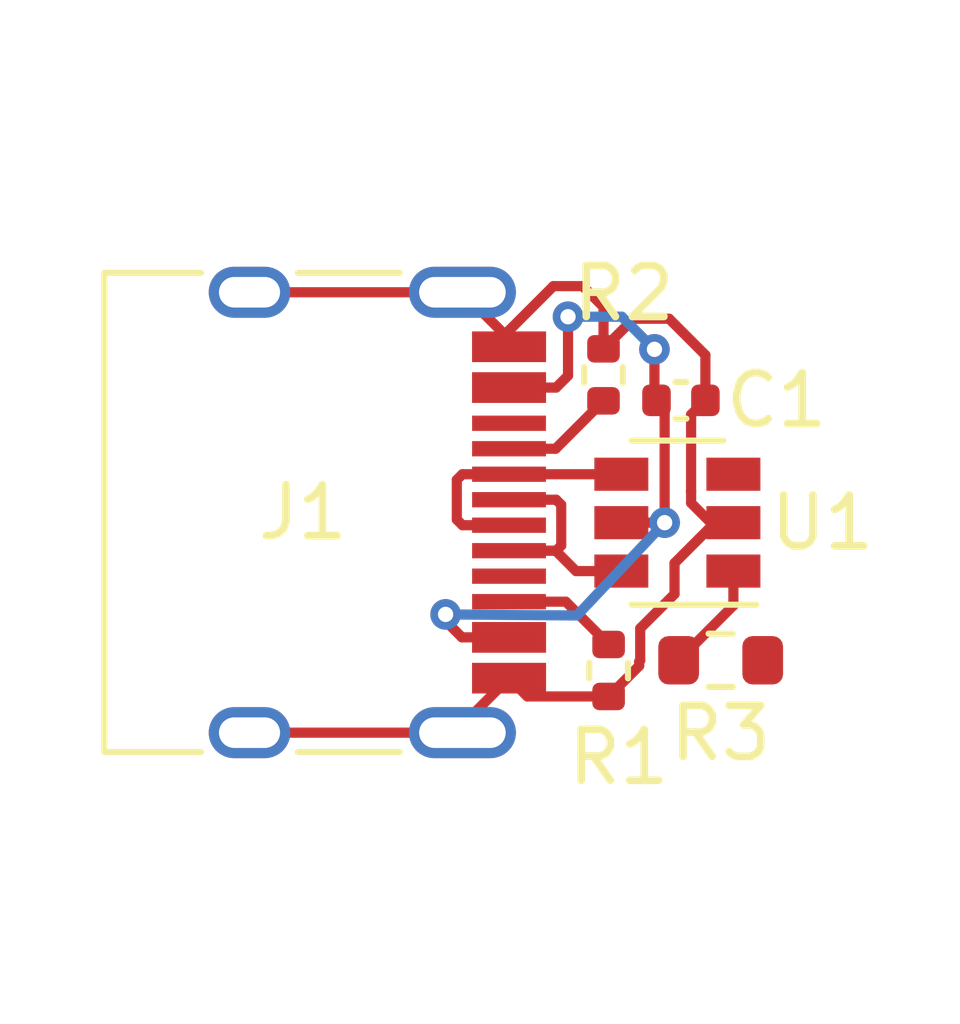
<source format=kicad_pcb>
(kicad_pcb (version 20211014) (generator pcbnew)
  (layers (0 "F.Cu" signal) (31 "B.Cu" signal) (34 "B.Paste" user) (35 "F.Paste" user) (36 "B.SilkS" user "B.Silkscreen") (37 "F.SilkS" user "F.Silkscreen") (38 "B.Mask" user) (39 "F.Mask" user) (44 "Edge.Cuts" user))
  (net 0 "")
  (net 1 "GND")
  (net 2 "VBUS")
  (net 3 "Net-(J1-PadB8)")
  (net 4 "Net-(J1-PadA5)")
  (net 5 "/USB_D-")
  (net 6 "/USB_D+")
  (net 7 "Net-(J1-PadA8)")
  (net 8 "Net-(J1-PadB5)")
  (net 9 "+3V3")
  (net 10 "/D+")
  (net 11 "/D-")
  (footprint "Resistor_SMD:R_0402_1005Metric" (layer "F.Cu") (at 149 89.5 -90)
    (fp_text reference "R1" (at 1.7 -0.2 180) (layer "F.SilkS"))
    (fp_text value "5.1k")
    (fp_line (start -0.153641 0.38) (end 0.153641 0.38) (layer "F.SilkS") (width 0.12))
    (fp_line (start -0.153641 -0.38) (end 0.153641 -0.38) (layer "F.SilkS") (width 0.12))
    (pad "1" smd roundrect locked (at -0.51 0 270) (size 0.54 0.64) (layers "F.Cu" "F.Paste" "F.Mask") (net 8 "Net-(J1-PadB5)"))
    (pad "2" smd roundrect locked (at 0.51 0 270) (size 0.54 0.64) (layers "F.Cu" "F.Paste" "F.Mask") (net 1 "GND"))
  )
  (footprint "Resistor_SMD:R_0402_1005Metric" (layer "F.Cu") (at 148.9 83.7 90)
    (fp_text reference "R2" (at 1.6 0.4 180) (layer "F.SilkS"))
    (fp_text value "5.1k")
    (fp_line (start -0.153641 -0.38) (end 0.153641 -0.38) (layer "F.SilkS") (width 0.12))
    (fp_line (start -0.153641 0.38) (end 0.153641 0.38) (layer "F.SilkS") (width 0.12))
    (pad "1" smd roundrect locked (at -0.51 0 90) (size 0.54 0.64) (layers "F.Cu" "F.Paste" "F.Mask") (net 4 "Net-(J1-PadA5)"))
    (pad "2" smd roundrect locked (at 0.51 0 90) (size 0.54 0.64) (layers "F.Cu" "F.Paste" "F.Mask") (net 1 "GND"))
  )
  (footprint "Connector_USB:USB_C_Receptacle_HRO_TYPE-C-31-M-12" (layer "F.Cu") (at 143 86.4 -90)
    (fp_text reference "J1" (at 0 0 180) (layer "F.SilkS"))
    (fp_text value "USB_C_Receptacle_USB2.0")
    (fp_line (start 4.7 2) (end 4.7 3.9) (layer "F.SilkS") (width 0.12))
    (fp_line (start -4.7 -1.9) (end -4.7 0.1) (layer "F.SilkS") (width 0.12))
    (fp_line (start -4.7 2) (end -4.7 3.9) (layer "F.SilkS") (width 0.12))
    (fp_line (start -4.7 3.9) (end 4.7 3.9) (layer "F.SilkS") (width 0.12))
    (fp_line (start 4.7 -1.9) (end 4.7 0.1) (layer "F.SilkS") (width 0.12))
    (pad "" np_thru_hole circle locked (at -2.89 -2.6 270) (size 0.65 0.65) (drill 0.65) (layers *.Cu *.Mask))
    (pad "" np_thru_hole circle locked (at 2.89 -2.6 270) (size 0.65 0.65) (drill 0.65) (layers *.Cu *.Mask))
    (pad "A1" smd rect locked (at -3.25 -4.045 270) (size 0.6 1.45) (layers "F.Cu" "F.Paste" "F.Mask") (net 1 "GND"))
    (pad "A4" smd rect locked (at -2.45 -4.045 270) (size 0.6 1.45) (layers "F.Cu" "F.Paste" "F.Mask") (net 2 "VBUS"))
    (pad "A5" smd rect locked (at -1.25 -4.045 270) (size 0.3 1.45) (layers "F.Cu" "F.Paste" "F.Mask") (net 4 "Net-(J1-PadA5)"))
    (pad "A6" smd rect locked (at -0.25 -4.045 270) (size 0.3 1.45) (layers "F.Cu" "F.Paste" "F.Mask") (net 6 "/USB_D+"))
    (pad "A7" smd rect locked (at 0.25 -4.045 270) (size 0.3 1.45) (layers "F.Cu" "F.Paste" "F.Mask") (net 5 "/USB_D-"))
    (pad "A8" smd rect locked (at 1.25 -4.045 270) (size 0.3 1.45) (layers "F.Cu" "F.Paste" "F.Mask") (net 7 "Net-(J1-PadA8)"))
    (pad "A9" smd rect locked (at 2.45 -4.045 270) (size 0.6 1.45) (layers "F.Cu" "F.Paste" "F.Mask") (net 2 "VBUS"))
    (pad "A12" smd rect locked (at 3.25 -4.045 270) (size 0.6 1.45) (layers "F.Cu" "F.Paste" "F.Mask") (net 1 "GND"))
    (pad "B1" smd rect locked (at 3.25 -4.045 270) (size 0.6 1.45) (layers "F.Cu" "F.Paste" "F.Mask") (net 1 "GND"))
    (pad "B4" smd rect locked (at 2.45 -4.045 270) (size 0.6 1.45) (layers "F.Cu" "F.Paste" "F.Mask") (net 2 "VBUS"))
    (pad "B5" smd rect locked (at 1.75 -4.045 270) (size 0.3 1.45) (layers "F.Cu" "F.Paste" "F.Mask") (net 8 "Net-(J1-PadB5)"))
    (pad "B6" smd rect locked (at 0.75 -4.045 270) (size 0.3 1.45) (layers "F.Cu" "F.Paste" "F.Mask") (net 6 "/USB_D+"))
    (pad "B7" smd rect locked (at -0.75 -4.045 270) (size 0.3 1.45) (layers "F.Cu" "F.Paste" "F.Mask") (net 5 "/USB_D-"))
    (pad "B8" smd rect locked (at -1.75 -4.045 270) (size 0.3 1.45) (layers "F.Cu" "F.Paste" "F.Mask") (net 3 "Net-(J1-PadB8)"))
    (pad "B9" smd rect locked (at -2.45 -4.045 270) (size 0.6 1.45) (layers "F.Cu" "F.Paste" "F.Mask") (net 2 "VBUS"))
    (pad "B12" smd rect locked (at -3.25 -4.045 270) (size 0.6 1.45) (layers "F.Cu" "F.Paste" "F.Mask") (net 1 "GND"))
    (pad "S1" thru_hole oval locked (at -4.32 1.05 270) (size 1 1.6) (drill oval 0.6 1.2) (layers *.Cu *.Mask) (net 1 "GND"))
    (pad "S1" thru_hole oval locked (at 4.32 -3.13 270) (size 1 2.1) (drill oval 0.6 1.7) (layers *.Cu *.Mask) (net 1 "GND"))
    (pad "S1" thru_hole oval locked (at 4.32 1.05 270) (size 1 1.6) (drill oval 0.6 1.2) (layers *.Cu *.Mask) (net 1 "GND"))
    (pad "S1" thru_hole oval locked (at -4.32 -3.13 270) (size 1 2.1) (drill oval 0.6 1.7) (layers *.Cu *.Mask) (net 1 "GND"))
  )
  (footprint "Capacitor_SMD:C_0402_1005Metric" (layer "F.Cu") (at 150.42 84.2)
    (fp_text reference "C1" (at 1.88 0) (layer "F.SilkS"))
    (fp_text value "100nF")
    (fp_line (start -0.107836 0.36) (end 0.107836 0.36) (layer "F.SilkS") (width 0.12))
    (fp_line (start -0.107836 -0.36) (end 0.107836 -0.36) (layer "F.SilkS") (width 0.12))
    (pad "1" smd roundrect locked (at -0.48 0) (size 0.56 0.62) (layers "F.Cu" "F.Paste" "F.Mask") (net 2 "VBUS"))
    (pad "2" smd roundrect locked (at 0.48 0) (size 0.56 0.62) (layers "F.Cu" "F.Paste" "F.Mask") (net 1 "GND"))
  )
  (footprint "Resistor_SMD:R_0603_1608Metric" (layer "F.Cu") (at 151.2 89.3 180)
    (fp_text reference "R3" (at 0 -1.43) (layer "F.SilkS"))
    (fp_text value "1.5k")
    (fp_line (start -0.237258 -0.5225) (end 0.237258 -0.5225) (layer "F.SilkS") (width 0.12))
    (fp_line (start -0.237258 0.5225) (end 0.237258 0.5225) (layer "F.SilkS") (width 0.12))
    (pad "1" smd roundrect locked (at -0.825 0 180) (size 0.8 0.95) (layers "F.Cu" "F.Paste" "F.Mask") (net 9 "+3V3"))
    (pad "2" smd roundrect locked (at 0.825 0 180) (size 0.8 0.95) (layers "F.Cu" "F.Paste" "F.Mask") (net 10 "/D+"))
  )
  (footprint "Package_TO_SOT_SMD:SOT-23-6" (layer "F.Cu") (at 150.35 86.6 180)
    (fp_text reference "U1" (at -2.85 0) (layer "F.SilkS"))
    (fp_text value "USBLC6-2SC6")
    (fp_line (start 0.9 -1.61) (end -1.55 -1.61) (layer "F.SilkS") (width 0.12))
    (fp_line (start -0.9 1.61) (end 0.9 1.61) (layer "F.SilkS") (width 0.12))
    (pad "1" smd rect locked (at -1.1 -0.95 180) (size 1.06 0.65) (layers "F.Cu" "F.Paste" "F.Mask") (net 10 "/D+"))
    (pad "2" smd rect locked (at -1.1 0 180) (size 1.06 0.65) (layers "F.Cu" "F.Paste" "F.Mask") (net 1 "GND"))
    (pad "3" smd rect locked (at -1.1 0.95 180) (size 1.06 0.65) (layers "F.Cu" "F.Paste" "F.Mask") (net 11 "/D-"))
    (pad "4" smd rect locked (at 1.1 0.95 180) (size 1.06 0.65) (layers "F.Cu" "F.Paste" "F.Mask") (net 5 "/USB_D-"))
    (pad "5" smd rect locked (at 1.1 0 180) (size 1.06 0.65) (layers "F.Cu" "F.Paste" "F.Mask") (net 2 "VBUS"))
    (pad "6" smd rect locked (at 1.1 -0.95 180) (size 1.06 0.65) (layers "F.Cu" "F.Paste" "F.Mask") (net 6 "/USB_D+"))
  )
  (segment (start 146.13 90.565) (end 147.045 89.65) (width 0.2) (layer "F.Cu") (net 1))
  (segment (start 149.6 89.41) (end 149 90.01) (width 0.2) (layer "F.Cu") (net 1))
  (segment (start 151.45 86.6) (end 151.088002 86.6) (width 0.2) (layer "F.Cu") (net 1))
  (segment (start 148.9 83.19) (end 148.9 82.368836) (width 0.2) (layer "F.Cu") (net 1))
  (segment (start 150.294001 88.000821) (end 149.62001 88.674812) (width 0.2) (layer "F.Cu") (net 1))
  (segment (start 150.188001 82.599999) (end 150.9 83.311998) (width 0.2) (layer "F.Cu") (net 1))
  (segment (start 147.045 82.830206) (end 147.045 83.15) (width 0.2) (layer "F.Cu") (net 1))
  (segment (start 151.004998 86.6) (end 151.45 86.6) (width 0.2) (layer "F.Cu") (net 1))
  (segment (start 150.9 84.2) (end 150.619999 84.480001) (width 0.2) (layer "F.Cu") (net 1))
  (segment (start 149 90.01) (end 147.405 90.01) (width 0.2) (layer "F.Cu") (net 1))
  (segment (start 149.6 89.325198) (end 149.6 89.41) (width 0.2) (layer "F.Cu") (net 1))
  (segment (start 151.088002 86.6) (end 150.294001 87.394001) (width 0.2) (layer "F.Cu") (net 1))
  (segment (start 150.619999 84.480001) (end 150.619999 85.980001) (width 0.2) (layer "F.Cu") (net 1))
  (segment (start 147.915184 81.960022) (end 147.045 82.830206) (width 0.2) (layer "F.Cu") (net 1))
  (segment (start 146.13 82.08) (end 141.95 82.08) (width 0.2) (layer "F.Cu") (net 1))
  (segment (start 150.9 83.311998) (end 150.9 84.2) (width 0.2) (layer "F.Cu") (net 1))
  (segment (start 146.13 90.72) (end 146.13 90.565) (width 0.2) (layer "F.Cu") (net 1))
  (segment (start 148.9 82.368836) (end 148.491186 81.960022) (width 0.2) (layer "F.Cu") (net 1))
  (segment (start 147.045 83.15) (end 147.045 82.995) (width 0.2) (layer "F.Cu") (net 1))
  (segment (start 150.294001 87.394001) (end 150.294001 88.000821) (width 0.2) (layer "F.Cu") (net 1))
  (segment (start 148.491186 81.960022) (end 147.915184 81.960022) (width 0.2) (layer "F.Cu") (net 1))
  (segment (start 147.405 90.01) (end 147.045 89.65) (width 0.2) (layer "F.Cu") (net 1))
  (segment (start 147.045 82.995) (end 146.13 82.08) (width 0.2) (layer "F.Cu") (net 1))
  (segment (start 146.13 90.72) (end 141.95 90.72) (width 0.2) (layer "F.Cu") (net 1))
  (segment (start 149.490001 82.599999) (end 150.188001 82.599999) (width 0.2) (layer "F.Cu") (net 1))
  (segment (start 150.619999 85.980001) (end 150.619999 86) (width 0.2) (layer "F.Cu") (net 1))
  (segment (start 150.619999 85.980001) (end 150.619999 86.215001) (width 0.2) (layer "F.Cu") (net 1))
  (segment (start 148.9 83.19) (end 149.490001 82.599999) (width 0.2) (layer "F.Cu") (net 1))
  (segment (start 149.62001 88.674812) (end 149.62001 89.305188) (width 0.2) (layer "F.Cu") (net 1))
  (segment (start 150.619999 86.215001) (end 151.004998 86.6) (width 0.2) (layer "F.Cu") (net 1))
  (segment (start 149.62001 89.305188) (end 149.6 89.325198) (width 0.2) (layer "F.Cu") (net 1))
  (segment (start 147.97 83.95) (end 148.203185 83.716815) (width 0.2) (layer "F.Cu") (net 2))
  (segment (start 150.1 84.36) (end 149.94 84.2) (width 0.2) (layer "F.Cu") (net 2))
  (segment (start 146.12 88.85) (end 147.045 88.85) (width 0.2) (layer "F.Cu") (net 2))
  (segment (start 148.203185 83.716815) (end 148.203185 82.560023) (width 0.2) (layer "F.Cu") (net 2))
  (segment (start 147.045 83.95) (end 147.97 83.95) (width 0.2) (layer "F.Cu") (net 2))
  (segment (start 149.9 84.16) (end 149.94 84.2) (width 0.2) (layer "F.Cu") (net 2))
  (segment (start 149.9 83.2) (end 149.9 84.16) (width 0.2) (layer "F.Cu") (net 2))
  (segment (start 150.1 86.6) (end 149.25 86.6) (width 0.2) (layer "F.Cu") (net 2))
  (segment (start 150.1 86.6) (end 150.1 84.36) (width 0.2) (layer "F.Cu") (net 2))
  (segment (start 145.691282 88.421282) (end 146.12 88.85) (width 0.2) (layer "F.Cu") (net 2))
  (segment (start 145.8 88.4) (end 145.691282 88.421282) (width 0.2) (layer "F.Cu") (net 2))
  (via (at 145.8 88.4) (size 0.6) (drill 0.3) (layers "F.Cu" "B.Cu") (net 2))
  (via (at 148.203185 82.560023) (size 0.6) (drill 0.3) (layers "F.Cu" "B.Cu") (net 2))
  (via (at 149.9 83.2) (size 0.6) (drill 0.3) (layers "F.Cu" "B.Cu") (net 2))
  (via (at 150.1 86.6) (size 0.6) (drill 0.3) (layers "F.Cu" "B.Cu") (net 2))
  (segment (start 145.8 88.4) (end 148.378718 88.421282) (width 0.2) (layer "B.Cu") (net 2))
  (segment (start 148.203185 82.560023) (end 149.260023 82.560023) (width 0.2) (layer "B.Cu") (net 2))
  (segment (start 149.260023 82.560023) (end 149.9 83.2) (width 0.2) (layer "B.Cu") (net 2))
  (segment (start 148.378718 88.421282) (end 150.1 86.6) (width 0.2) (layer "B.Cu") (net 2))
  (segment (start 147.96 85.15) (end 148.9 84.21) (width 0.2) (layer "F.Cu") (net 4))
  (segment (start 147.045 85.15) (end 147.96 85.15) (width 0.2) (layer "F.Cu") (net 4))
  (segment (start 146.019999 85.759999) (end 146.019999 86.540001) (width 0.2) (layer "F.Cu") (net 5))
  (segment (start 147.045 85.65) (end 146.129998 85.65) (width 0.2) (layer "F.Cu") (net 5))
  (segment (start 146.129998 85.65) (end 146.019999 85.759999) (width 0.2) (layer "F.Cu") (net 5))
  (segment (start 146.129998 86.65) (end 147.045 86.65) (width 0.2) (layer "F.Cu") (net 5))
  (segment (start 149.25 85.65) (end 147.045 85.65) (width 0.2) (layer "F.Cu") (net 5))
  (segment (start 146.019999 86.540001) (end 146.129998 86.65) (width 0.2) (layer "F.Cu") (net 5))
  (segment (start 147.97 86.15) (end 147.045 86.15) (width 0.2) (layer "F.Cu") (net 6))
  (segment (start 148.070001 87.049999) (end 148.070001 86.250001) (width 0.2) (layer "F.Cu") (net 6))
  (segment (start 148.070001 86.250001) (end 147.97 86.15) (width 0.2) (layer "F.Cu") (net 6))
  (segment (start 148.360002 87.55) (end 147.960002 87.15) (width 0.2) (layer "F.Cu") (net 6))
  (segment (start 147.97 87.15) (end 148.070001 87.049999) (width 0.2) (layer "F.Cu") (net 6))
  (segment (start 149.25 87.55) (end 148.360002 87.55) (width 0.2) (layer "F.Cu") (net 6))
  (segment (start 147.045 87.15) (end 147.97 87.15) (width 0.2) (layer "F.Cu") (net 6))
  (segment (start 147.960002 87.15) (end 147.045 87.15) (width 0.2) (layer "F.Cu") (net 6))
  (segment (start 147.045 88.15) (end 148.16 88.15) (width 0.2) (layer "F.Cu") (net 8))
  (segment (start 148.16 88.15) (end 149 88.99) (width 0.2) (layer "F.Cu") (net 8))
  (segment (start 151.45 88.225) (end 150.375 89.3) (width 0.2) (layer "F.Cu") (net 10))
  (segment (start 151.45 87.55) (end 151.45 88.225) (width 0.2) (layer "F.Cu") (net 10))
)
</source>
